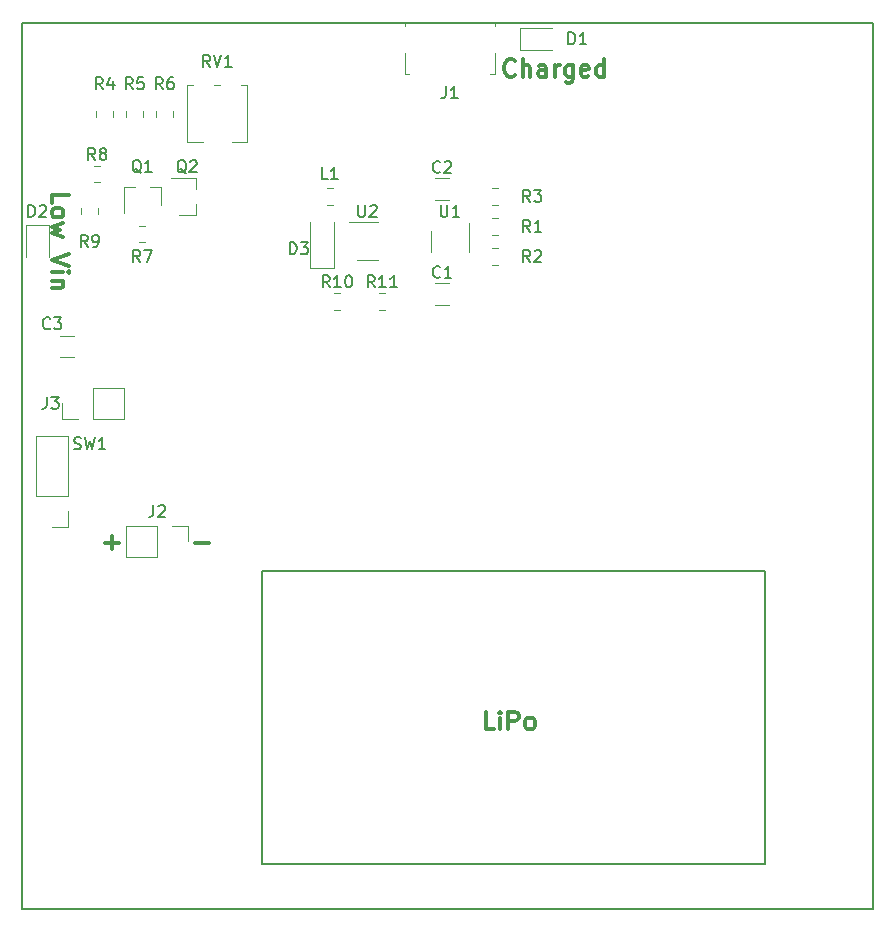
<source format=gbr>
%TF.GenerationSoftware,KiCad,Pcbnew,5.0.2-bee76a0~70~ubuntu18.04.1*%
%TF.CreationDate,2019-02-03T14:37:59+02:00*%
%TF.ProjectId,component_tester_adapter,636f6d70-6f6e-4656-9e74-5f7465737465,B*%
%TF.SameCoordinates,PX7e911f8PY6f6d640*%
%TF.FileFunction,Legend,Top*%
%TF.FilePolarity,Positive*%
%FSLAX46Y46*%
G04 Gerber Fmt 4.6, Leading zero omitted, Abs format (unit mm)*
G04 Created by KiCad (PCBNEW 5.0.2-bee76a0~70~ubuntu18.04.1) date 2019 m. vasario 03 d. 14:37:59*
%MOMM*%
%LPD*%
G01*
G04 APERTURE LIST*
%ADD10C,0.300000*%
%ADD11C,0.200000*%
%ADD12C,0.150000*%
%ADD13C,0.120000*%
G04 APERTURE END LIST*
D10*
X25852857Y50264286D02*
X25781428Y50192858D01*
X25567142Y50121429D01*
X25424285Y50121429D01*
X25210000Y50192858D01*
X25067142Y50335715D01*
X24995714Y50478572D01*
X24924285Y50764286D01*
X24924285Y50978572D01*
X24995714Y51264286D01*
X25067142Y51407143D01*
X25210000Y51550000D01*
X25424285Y51621429D01*
X25567142Y51621429D01*
X25781428Y51550000D01*
X25852857Y51478572D01*
X26495714Y50121429D02*
X26495714Y51621429D01*
X27138571Y50121429D02*
X27138571Y50907143D01*
X27067142Y51050000D01*
X26924285Y51121429D01*
X26710000Y51121429D01*
X26567142Y51050000D01*
X26495714Y50978572D01*
X28495714Y50121429D02*
X28495714Y50907143D01*
X28424285Y51050000D01*
X28281428Y51121429D01*
X27995714Y51121429D01*
X27852857Y51050000D01*
X28495714Y50192858D02*
X28352857Y50121429D01*
X27995714Y50121429D01*
X27852857Y50192858D01*
X27781428Y50335715D01*
X27781428Y50478572D01*
X27852857Y50621429D01*
X27995714Y50692858D01*
X28352857Y50692858D01*
X28495714Y50764286D01*
X29210000Y50121429D02*
X29210000Y51121429D01*
X29210000Y50835715D02*
X29281428Y50978572D01*
X29352857Y51050000D01*
X29495714Y51121429D01*
X29638571Y51121429D01*
X30781428Y51121429D02*
X30781428Y49907143D01*
X30710000Y49764286D01*
X30638571Y49692858D01*
X30495714Y49621429D01*
X30281428Y49621429D01*
X30138571Y49692858D01*
X30781428Y50192858D02*
X30638571Y50121429D01*
X30352857Y50121429D01*
X30210000Y50192858D01*
X30138571Y50264286D01*
X30067142Y50407143D01*
X30067142Y50835715D01*
X30138571Y50978572D01*
X30210000Y51050000D01*
X30352857Y51121429D01*
X30638571Y51121429D01*
X30781428Y51050000D01*
X32067142Y50192858D02*
X31924285Y50121429D01*
X31638571Y50121429D01*
X31495714Y50192858D01*
X31424285Y50335715D01*
X31424285Y50907143D01*
X31495714Y51050000D01*
X31638571Y51121429D01*
X31924285Y51121429D01*
X32067142Y51050000D01*
X32138571Y50907143D01*
X32138571Y50764286D01*
X31424285Y50621429D01*
X33424285Y50121429D02*
X33424285Y51621429D01*
X33424285Y50192858D02*
X33281428Y50121429D01*
X32995714Y50121429D01*
X32852857Y50192858D01*
X32781428Y50264286D01*
X32710000Y50407143D01*
X32710000Y50835715D01*
X32781428Y50978572D01*
X32852857Y51050000D01*
X32995714Y51121429D01*
X33281428Y51121429D01*
X33424285Y51050000D01*
X-13378572Y39445000D02*
X-13378572Y40159286D01*
X-11878572Y40159286D01*
X-13378572Y38730715D02*
X-13307143Y38873572D01*
X-13235715Y38945000D01*
X-13092858Y39016429D01*
X-12664286Y39016429D01*
X-12521429Y38945000D01*
X-12450000Y38873572D01*
X-12378572Y38730715D01*
X-12378572Y38516429D01*
X-12450000Y38373572D01*
X-12521429Y38302143D01*
X-12664286Y38230715D01*
X-13092858Y38230715D01*
X-13235715Y38302143D01*
X-13307143Y38373572D01*
X-13378572Y38516429D01*
X-13378572Y38730715D01*
X-12378572Y37730715D02*
X-13378572Y37445000D01*
X-12664286Y37159286D01*
X-13378572Y36873572D01*
X-12378572Y36587858D01*
X-11878572Y35087858D02*
X-13378572Y34587858D01*
X-11878572Y34087858D01*
X-13378572Y33587858D02*
X-12378572Y33587858D01*
X-11878572Y33587858D02*
X-11950000Y33659286D01*
X-12021429Y33587858D01*
X-11950000Y33516429D01*
X-11878572Y33587858D01*
X-12021429Y33587858D01*
X-12378572Y32873572D02*
X-13378572Y32873572D01*
X-12521429Y32873572D02*
X-12450000Y32802143D01*
X-12378572Y32659286D01*
X-12378572Y32445000D01*
X-12450000Y32302143D01*
X-12592858Y32230715D01*
X-13378572Y32230715D01*
X-1206429Y10687858D02*
X-63572Y10687858D01*
X-8826429Y10687858D02*
X-7683572Y10687858D01*
X-8255000Y10116429D02*
X-8255000Y11259286D01*
D11*
X46990000Y-16510000D02*
X4445000Y-16510000D01*
X46990000Y8255000D02*
X46990000Y-16510000D01*
X4445000Y8255000D02*
X46990000Y8255000D01*
X4445000Y-16510000D02*
X4445000Y8255000D01*
D10*
X24078571Y-5123571D02*
X23364285Y-5123571D01*
X23364285Y-3623571D01*
X24578571Y-5123571D02*
X24578571Y-4123571D01*
X24578571Y-3623571D02*
X24507142Y-3695000D01*
X24578571Y-3766428D01*
X24650000Y-3695000D01*
X24578571Y-3623571D01*
X24578571Y-3766428D01*
X25292857Y-5123571D02*
X25292857Y-3623571D01*
X25864285Y-3623571D01*
X26007142Y-3695000D01*
X26078571Y-3766428D01*
X26150000Y-3909285D01*
X26150000Y-4123571D01*
X26078571Y-4266428D01*
X26007142Y-4337857D01*
X25864285Y-4409285D01*
X25292857Y-4409285D01*
X27007142Y-5123571D02*
X26864285Y-5052142D01*
X26792857Y-4980714D01*
X26721428Y-4837857D01*
X26721428Y-4409285D01*
X26792857Y-4266428D01*
X26864285Y-4195000D01*
X27007142Y-4123571D01*
X27221428Y-4123571D01*
X27364285Y-4195000D01*
X27435714Y-4266428D01*
X27507142Y-4409285D01*
X27507142Y-4837857D01*
X27435714Y-4980714D01*
X27364285Y-5052142D01*
X27221428Y-5123571D01*
X27007142Y-5123571D01*
D12*
X7620000Y54680000D02*
X56125000Y54680000D01*
X-15875000Y54680000D02*
X7620000Y54680000D01*
X56125000Y-20320000D02*
X56125000Y54680000D01*
X56125000Y-20320000D02*
X-15875000Y-20320000D01*
X-15875000Y-20320000D02*
X-15875000Y54680000D01*
D13*
X-1885000Y44570000D02*
X-1885000Y49410000D01*
X3155000Y44570000D02*
X3155000Y49410000D01*
X-1885000Y44570000D02*
X-605000Y44570000D01*
X1875000Y44570000D02*
X3155000Y44570000D01*
X-1885000Y49410000D02*
X-1405000Y49410000D01*
X375000Y49410000D02*
X895000Y49410000D01*
X2675000Y49410000D02*
X3155000Y49410000D01*
X-1505000Y44570000D02*
X-1505000Y44570000D01*
X-1505000Y44570000D02*
X-605000Y44570000D01*
X-1505000Y44570000D02*
X-605000Y44570000D01*
X-7265000Y21150000D02*
X-7265000Y23810000D01*
X-9865000Y21150000D02*
X-7265000Y21150000D01*
X-9865000Y23810000D02*
X-7265000Y23810000D01*
X-9865000Y21150000D02*
X-9865000Y23810000D01*
X-11135000Y21150000D02*
X-12465000Y21150000D01*
X-12465000Y21150000D02*
X-12465000Y22480000D01*
X-7045000Y12125000D02*
X-7045000Y9465000D01*
X-4445000Y12125000D02*
X-7045000Y12125000D01*
X-4445000Y9465000D02*
X-7045000Y9465000D01*
X-4445000Y12125000D02*
X-4445000Y9465000D01*
X-3175000Y12125000D02*
X-1845000Y12125000D01*
X-1845000Y12125000D02*
X-1845000Y10795000D01*
X14346422Y30405000D02*
X14863578Y30405000D01*
X14346422Y31825000D02*
X14863578Y31825000D01*
X-9600000Y46731422D02*
X-9600000Y47248578D01*
X-8180000Y46731422D02*
X-8180000Y47248578D01*
X-7060000Y47248578D02*
X-7060000Y46731422D01*
X-5640000Y47248578D02*
X-5640000Y46731422D01*
X-4520000Y46731422D02*
X-4520000Y47248578D01*
X-3100000Y46731422D02*
X-3100000Y47248578D01*
X-5973578Y36120000D02*
X-5456422Y36120000D01*
X-5973578Y37540000D02*
X-5456422Y37540000D01*
X-9783578Y42620000D02*
X-9266422Y42620000D01*
X-9783578Y41200000D02*
X-9266422Y41200000D01*
X-10870000Y38993578D02*
X-10870000Y38476422D01*
X-9450000Y38993578D02*
X-9450000Y38476422D01*
X10536422Y31825000D02*
X11053578Y31825000D01*
X10536422Y30405000D02*
X11053578Y30405000D01*
X19082936Y32660000D02*
X20287064Y32660000D01*
X19082936Y30840000D02*
X20287064Y30840000D01*
X19082936Y39730000D02*
X20287064Y39730000D01*
X19082936Y41550000D02*
X20287064Y41550000D01*
X-11462936Y26395000D02*
X-12667064Y26395000D01*
X-11462936Y28215000D02*
X-12667064Y28215000D01*
X-12005000Y19745000D02*
X-14665000Y19745000D01*
X-12005000Y14605000D02*
X-12005000Y19745000D01*
X-14665000Y14605000D02*
X-14665000Y19745000D01*
X-12005000Y14605000D02*
X-14665000Y14605000D01*
X-12005000Y13335000D02*
X-12005000Y12005000D01*
X-12005000Y12005000D02*
X-13335000Y12005000D01*
X16510000Y50360000D02*
X16890000Y50360000D01*
X16510000Y54410000D02*
X16510000Y54670000D01*
X16510000Y50360000D02*
X16510000Y52130000D01*
X24130000Y50360000D02*
X23750000Y50360000D01*
X24130000Y52130000D02*
X24130000Y50360000D01*
X24130000Y54670000D02*
X24130000Y54410000D01*
X8525000Y33945000D02*
X10525000Y33945000D01*
X10525000Y33945000D02*
X10525000Y37845000D01*
X8525000Y33945000D02*
X8525000Y37845000D01*
X10418578Y39295000D02*
X9901422Y39295000D01*
X10418578Y40715000D02*
X9901422Y40715000D01*
X26255000Y52380000D02*
X28940000Y52380000D01*
X26255000Y54300000D02*
X26255000Y52380000D01*
X28940000Y54300000D02*
X26255000Y54300000D01*
X-13645000Y34892500D02*
X-13645000Y37577500D01*
X-13645000Y37577500D02*
X-15565000Y37577500D01*
X-15565000Y37577500D02*
X-15565000Y34892500D01*
X-4135000Y40765000D02*
X-4135000Y39305000D01*
X-7295000Y40765000D02*
X-7295000Y38605000D01*
X-7295000Y40765000D02*
X-6365000Y40765000D01*
X-4135000Y40765000D02*
X-5065000Y40765000D01*
X-1145000Y38425000D02*
X-1145000Y39355000D01*
X-1145000Y41585000D02*
X-1145000Y40655000D01*
X-1145000Y41585000D02*
X-3305000Y41585000D01*
X-1145000Y38425000D02*
X-2605000Y38425000D01*
X14235000Y37805000D02*
X11785000Y37805000D01*
X12435000Y34585000D02*
X14235000Y34585000D01*
X18710000Y37095000D02*
X18710000Y35295000D01*
X21930000Y35295000D02*
X21930000Y37745000D01*
X24388578Y34215000D02*
X23871422Y34215000D01*
X24388578Y35635000D02*
X23871422Y35635000D01*
X23871422Y36755000D02*
X24388578Y36755000D01*
X23871422Y38175000D02*
X24388578Y38175000D01*
X23871422Y40715000D02*
X24388578Y40715000D01*
X23871422Y39295000D02*
X24388578Y39295000D01*
D12*
X39761Y50982620D02*
X-293572Y51458810D01*
X-531667Y50982620D02*
X-531667Y51982620D01*
X-150715Y51982620D01*
X-55477Y51935000D01*
X-7858Y51887381D01*
X39761Y51792143D01*
X39761Y51649286D01*
X-7858Y51554048D01*
X-55477Y51506429D01*
X-150715Y51458810D01*
X-531667Y51458810D01*
X325476Y51982620D02*
X658809Y50982620D01*
X992142Y51982620D01*
X1849285Y50982620D02*
X1277857Y50982620D01*
X1563571Y50982620D02*
X1563571Y51982620D01*
X1468333Y51839762D01*
X1373095Y51744524D01*
X1277857Y51696905D01*
X-13798334Y23027620D02*
X-13798334Y22313334D01*
X-13845953Y22170477D01*
X-13941191Y22075239D01*
X-14084048Y22027620D01*
X-14179286Y22027620D01*
X-13417381Y23027620D02*
X-12798334Y23027620D01*
X-13131667Y22646667D01*
X-12988810Y22646667D01*
X-12893572Y22599048D01*
X-12845953Y22551429D01*
X-12798334Y22456191D01*
X-12798334Y22218096D01*
X-12845953Y22122858D01*
X-12893572Y22075239D01*
X-12988810Y22027620D01*
X-13274524Y22027620D01*
X-13369762Y22075239D01*
X-13417381Y22122858D01*
X-4778334Y13882620D02*
X-4778334Y13168334D01*
X-4825953Y13025477D01*
X-4921191Y12930239D01*
X-5064048Y12882620D01*
X-5159286Y12882620D01*
X-4349762Y13787381D02*
X-4302143Y13835000D01*
X-4206905Y13882620D01*
X-3968810Y13882620D01*
X-3873572Y13835000D01*
X-3825953Y13787381D01*
X-3778334Y13692143D01*
X-3778334Y13596905D01*
X-3825953Y13454048D01*
X-4397381Y12882620D01*
X-3778334Y12882620D01*
X13962142Y32312620D02*
X13628809Y32788810D01*
X13390714Y32312620D02*
X13390714Y33312620D01*
X13771666Y33312620D01*
X13866904Y33265000D01*
X13914523Y33217381D01*
X13962142Y33122143D01*
X13962142Y32979286D01*
X13914523Y32884048D01*
X13866904Y32836429D01*
X13771666Y32788810D01*
X13390714Y32788810D01*
X14914523Y32312620D02*
X14343095Y32312620D01*
X14628809Y32312620D02*
X14628809Y33312620D01*
X14533571Y33169762D01*
X14438333Y33074524D01*
X14343095Y33026905D01*
X15866904Y32312620D02*
X15295476Y32312620D01*
X15581190Y32312620D02*
X15581190Y33312620D01*
X15485952Y33169762D01*
X15390714Y33074524D01*
X15295476Y33026905D01*
X-9056667Y49077620D02*
X-9390000Y49553810D01*
X-9628096Y49077620D02*
X-9628096Y50077620D01*
X-9247143Y50077620D01*
X-9151905Y50030000D01*
X-9104286Y49982381D01*
X-9056667Y49887143D01*
X-9056667Y49744286D01*
X-9104286Y49649048D01*
X-9151905Y49601429D01*
X-9247143Y49553810D01*
X-9628096Y49553810D01*
X-8199524Y49744286D02*
X-8199524Y49077620D01*
X-8437620Y50125239D02*
X-8675715Y49410953D01*
X-8056667Y49410953D01*
X-6516667Y49077620D02*
X-6850000Y49553810D01*
X-7088096Y49077620D02*
X-7088096Y50077620D01*
X-6707143Y50077620D01*
X-6611905Y50030000D01*
X-6564286Y49982381D01*
X-6516667Y49887143D01*
X-6516667Y49744286D01*
X-6564286Y49649048D01*
X-6611905Y49601429D01*
X-6707143Y49553810D01*
X-7088096Y49553810D01*
X-5611905Y50077620D02*
X-6088096Y50077620D01*
X-6135715Y49601429D01*
X-6088096Y49649048D01*
X-5992858Y49696667D01*
X-5754762Y49696667D01*
X-5659524Y49649048D01*
X-5611905Y49601429D01*
X-5564286Y49506191D01*
X-5564286Y49268096D01*
X-5611905Y49172858D01*
X-5659524Y49125239D01*
X-5754762Y49077620D01*
X-5992858Y49077620D01*
X-6088096Y49125239D01*
X-6135715Y49172858D01*
X-3976667Y49077620D02*
X-4310000Y49553810D01*
X-4548096Y49077620D02*
X-4548096Y50077620D01*
X-4167143Y50077620D01*
X-4071905Y50030000D01*
X-4024286Y49982381D01*
X-3976667Y49887143D01*
X-3976667Y49744286D01*
X-4024286Y49649048D01*
X-4071905Y49601429D01*
X-4167143Y49553810D01*
X-4548096Y49553810D01*
X-3119524Y50077620D02*
X-3310000Y50077620D01*
X-3405239Y50030000D01*
X-3452858Y49982381D01*
X-3548096Y49839524D01*
X-3595715Y49649048D01*
X-3595715Y49268096D01*
X-3548096Y49172858D01*
X-3500477Y49125239D01*
X-3405239Y49077620D01*
X-3214762Y49077620D01*
X-3119524Y49125239D01*
X-3071905Y49172858D01*
X-3024286Y49268096D01*
X-3024286Y49506191D01*
X-3071905Y49601429D01*
X-3119524Y49649048D01*
X-3214762Y49696667D01*
X-3405239Y49696667D01*
X-3500477Y49649048D01*
X-3548096Y49601429D01*
X-3595715Y49506191D01*
X-5881667Y34472620D02*
X-6215000Y34948810D01*
X-6453096Y34472620D02*
X-6453096Y35472620D01*
X-6072143Y35472620D01*
X-5976905Y35425000D01*
X-5929286Y35377381D01*
X-5881667Y35282143D01*
X-5881667Y35139286D01*
X-5929286Y35044048D01*
X-5976905Y34996429D01*
X-6072143Y34948810D01*
X-6453096Y34948810D01*
X-5548334Y35472620D02*
X-4881667Y35472620D01*
X-5310239Y34472620D01*
X-9691667Y43107620D02*
X-10025000Y43583810D01*
X-10263096Y43107620D02*
X-10263096Y44107620D01*
X-9882143Y44107620D01*
X-9786905Y44060000D01*
X-9739286Y44012381D01*
X-9691667Y43917143D01*
X-9691667Y43774286D01*
X-9739286Y43679048D01*
X-9786905Y43631429D01*
X-9882143Y43583810D01*
X-10263096Y43583810D01*
X-9120239Y43679048D02*
X-9215477Y43726667D01*
X-9263096Y43774286D01*
X-9310715Y43869524D01*
X-9310715Y43917143D01*
X-9263096Y44012381D01*
X-9215477Y44060000D01*
X-9120239Y44107620D01*
X-8929762Y44107620D01*
X-8834524Y44060000D01*
X-8786905Y44012381D01*
X-8739286Y43917143D01*
X-8739286Y43869524D01*
X-8786905Y43774286D01*
X-8834524Y43726667D01*
X-8929762Y43679048D01*
X-9120239Y43679048D01*
X-9215477Y43631429D01*
X-9263096Y43583810D01*
X-9310715Y43488572D01*
X-9310715Y43298096D01*
X-9263096Y43202858D01*
X-9215477Y43155239D01*
X-9120239Y43107620D01*
X-8929762Y43107620D01*
X-8834524Y43155239D01*
X-8786905Y43202858D01*
X-8739286Y43298096D01*
X-8739286Y43488572D01*
X-8786905Y43583810D01*
X-8834524Y43631429D01*
X-8929762Y43679048D01*
X-10326667Y35742620D02*
X-10660000Y36218810D01*
X-10898096Y35742620D02*
X-10898096Y36742620D01*
X-10517143Y36742620D01*
X-10421905Y36695000D01*
X-10374286Y36647381D01*
X-10326667Y36552143D01*
X-10326667Y36409286D01*
X-10374286Y36314048D01*
X-10421905Y36266429D01*
X-10517143Y36218810D01*
X-10898096Y36218810D01*
X-9850477Y35742620D02*
X-9660000Y35742620D01*
X-9564762Y35790239D01*
X-9517143Y35837858D01*
X-9421905Y35980715D01*
X-9374286Y36171191D01*
X-9374286Y36552143D01*
X-9421905Y36647381D01*
X-9469524Y36695000D01*
X-9564762Y36742620D01*
X-9755239Y36742620D01*
X-9850477Y36695000D01*
X-9898096Y36647381D01*
X-9945715Y36552143D01*
X-9945715Y36314048D01*
X-9898096Y36218810D01*
X-9850477Y36171191D01*
X-9755239Y36123572D01*
X-9564762Y36123572D01*
X-9469524Y36171191D01*
X-9421905Y36218810D01*
X-9374286Y36314048D01*
X10152142Y32312620D02*
X9818809Y32788810D01*
X9580714Y32312620D02*
X9580714Y33312620D01*
X9961666Y33312620D01*
X10056904Y33265000D01*
X10104523Y33217381D01*
X10152142Y33122143D01*
X10152142Y32979286D01*
X10104523Y32884048D01*
X10056904Y32836429D01*
X9961666Y32788810D01*
X9580714Y32788810D01*
X11104523Y32312620D02*
X10533095Y32312620D01*
X10818809Y32312620D02*
X10818809Y33312620D01*
X10723571Y33169762D01*
X10628333Y33074524D01*
X10533095Y33026905D01*
X11723571Y33312620D02*
X11818809Y33312620D01*
X11914047Y33265000D01*
X11961666Y33217381D01*
X12009285Y33122143D01*
X12056904Y32931667D01*
X12056904Y32693572D01*
X12009285Y32503096D01*
X11961666Y32407858D01*
X11914047Y32360239D01*
X11818809Y32312620D01*
X11723571Y32312620D01*
X11628333Y32360239D01*
X11580714Y32407858D01*
X11533095Y32503096D01*
X11485476Y32693572D01*
X11485476Y32931667D01*
X11533095Y33122143D01*
X11580714Y33217381D01*
X11628333Y33265000D01*
X11723571Y33312620D01*
X19518333Y33212858D02*
X19470714Y33165239D01*
X19327857Y33117620D01*
X19232619Y33117620D01*
X19089761Y33165239D01*
X18994523Y33260477D01*
X18946904Y33355715D01*
X18899285Y33546191D01*
X18899285Y33689048D01*
X18946904Y33879524D01*
X18994523Y33974762D01*
X19089761Y34070000D01*
X19232619Y34117620D01*
X19327857Y34117620D01*
X19470714Y34070000D01*
X19518333Y34022381D01*
X20470714Y33117620D02*
X19899285Y33117620D01*
X20185000Y33117620D02*
X20185000Y34117620D01*
X20089761Y33974762D01*
X19994523Y33879524D01*
X19899285Y33831905D01*
X19518333Y42102858D02*
X19470714Y42055239D01*
X19327857Y42007620D01*
X19232619Y42007620D01*
X19089761Y42055239D01*
X18994523Y42150477D01*
X18946904Y42245715D01*
X18899285Y42436191D01*
X18899285Y42579048D01*
X18946904Y42769524D01*
X18994523Y42864762D01*
X19089761Y42960000D01*
X19232619Y43007620D01*
X19327857Y43007620D01*
X19470714Y42960000D01*
X19518333Y42912381D01*
X19899285Y42912381D02*
X19946904Y42960000D01*
X20042142Y43007620D01*
X20280238Y43007620D01*
X20375476Y42960000D01*
X20423095Y42912381D01*
X20470714Y42817143D01*
X20470714Y42721905D01*
X20423095Y42579048D01*
X19851666Y42007620D01*
X20470714Y42007620D01*
X-13501667Y28852858D02*
X-13549286Y28805239D01*
X-13692143Y28757620D01*
X-13787381Y28757620D01*
X-13930239Y28805239D01*
X-14025477Y28900477D01*
X-14073096Y28995715D01*
X-14120715Y29186191D01*
X-14120715Y29329048D01*
X-14073096Y29519524D01*
X-14025477Y29614762D01*
X-13930239Y29710000D01*
X-13787381Y29757620D01*
X-13692143Y29757620D01*
X-13549286Y29710000D01*
X-13501667Y29662381D01*
X-13168334Y29757620D02*
X-12549286Y29757620D01*
X-12882620Y29376667D01*
X-12739762Y29376667D01*
X-12644524Y29329048D01*
X-12596905Y29281429D01*
X-12549286Y29186191D01*
X-12549286Y28948096D01*
X-12596905Y28852858D01*
X-12644524Y28805239D01*
X-12739762Y28757620D01*
X-13025477Y28757620D01*
X-13120715Y28805239D01*
X-13168334Y28852858D01*
X-11493334Y18645239D02*
X-11350477Y18597620D01*
X-11112381Y18597620D01*
X-11017143Y18645239D01*
X-10969524Y18692858D01*
X-10921905Y18788096D01*
X-10921905Y18883334D01*
X-10969524Y18978572D01*
X-11017143Y19026191D01*
X-11112381Y19073810D01*
X-11302858Y19121429D01*
X-11398096Y19169048D01*
X-11445715Y19216667D01*
X-11493334Y19311905D01*
X-11493334Y19407143D01*
X-11445715Y19502381D01*
X-11398096Y19550000D01*
X-11302858Y19597620D01*
X-11064762Y19597620D01*
X-10921905Y19550000D01*
X-10588572Y19597620D02*
X-10350477Y18597620D01*
X-10160000Y19311905D01*
X-9969524Y18597620D01*
X-9731429Y19597620D01*
X-8826667Y18597620D02*
X-9398096Y18597620D01*
X-9112381Y18597620D02*
X-9112381Y19597620D01*
X-9207620Y19454762D01*
X-9302858Y19359524D01*
X-9398096Y19311905D01*
X19986666Y49317620D02*
X19986666Y48603334D01*
X19939047Y48460477D01*
X19843809Y48365239D01*
X19700952Y48317620D01*
X19605714Y48317620D01*
X20986666Y48317620D02*
X20415238Y48317620D01*
X20700952Y48317620D02*
X20700952Y49317620D01*
X20605714Y49174762D01*
X20510476Y49079524D01*
X20415238Y49031905D01*
X6786904Y35107620D02*
X6786904Y36107620D01*
X7025000Y36107620D01*
X7167857Y36060000D01*
X7263095Y35964762D01*
X7310714Y35869524D01*
X7358333Y35679048D01*
X7358333Y35536191D01*
X7310714Y35345715D01*
X7263095Y35250477D01*
X7167857Y35155239D01*
X7025000Y35107620D01*
X6786904Y35107620D01*
X7691666Y36107620D02*
X8310714Y36107620D01*
X7977380Y35726667D01*
X8120238Y35726667D01*
X8215476Y35679048D01*
X8263095Y35631429D01*
X8310714Y35536191D01*
X8310714Y35298096D01*
X8263095Y35202858D01*
X8215476Y35155239D01*
X8120238Y35107620D01*
X7834523Y35107620D01*
X7739285Y35155239D01*
X7691666Y35202858D01*
X9993333Y41457620D02*
X9517142Y41457620D01*
X9517142Y42457620D01*
X10850476Y41457620D02*
X10279047Y41457620D01*
X10564761Y41457620D02*
X10564761Y42457620D01*
X10469523Y42314762D01*
X10374285Y42219524D01*
X10279047Y42171905D01*
X30376904Y52887620D02*
X30376904Y53887620D01*
X30615000Y53887620D01*
X30757857Y53840000D01*
X30853095Y53744762D01*
X30900714Y53649524D01*
X30948333Y53459048D01*
X30948333Y53316191D01*
X30900714Y53125715D01*
X30853095Y53030477D01*
X30757857Y52935239D01*
X30615000Y52887620D01*
X30376904Y52887620D01*
X31900714Y52887620D02*
X31329285Y52887620D01*
X31615000Y52887620D02*
X31615000Y53887620D01*
X31519761Y53744762D01*
X31424523Y53649524D01*
X31329285Y53601905D01*
X-15343096Y38282620D02*
X-15343096Y39282620D01*
X-15105000Y39282620D01*
X-14962143Y39235000D01*
X-14866905Y39139762D01*
X-14819286Y39044524D01*
X-14771667Y38854048D01*
X-14771667Y38711191D01*
X-14819286Y38520715D01*
X-14866905Y38425477D01*
X-14962143Y38330239D01*
X-15105000Y38282620D01*
X-15343096Y38282620D01*
X-14390715Y39187381D02*
X-14343096Y39235000D01*
X-14247858Y39282620D01*
X-14009762Y39282620D01*
X-13914524Y39235000D01*
X-13866905Y39187381D01*
X-13819286Y39092143D01*
X-13819286Y38996905D01*
X-13866905Y38854048D01*
X-14438334Y38282620D01*
X-13819286Y38282620D01*
X-5810239Y41997381D02*
X-5905477Y42045000D01*
X-6000715Y42140239D01*
X-6143572Y42283096D01*
X-6238810Y42330715D01*
X-6334048Y42330715D01*
X-6286429Y42092620D02*
X-6381667Y42140239D01*
X-6476905Y42235477D01*
X-6524524Y42425953D01*
X-6524524Y42759286D01*
X-6476905Y42949762D01*
X-6381667Y43045000D01*
X-6286429Y43092620D01*
X-6095953Y43092620D01*
X-6000715Y43045000D01*
X-5905477Y42949762D01*
X-5857858Y42759286D01*
X-5857858Y42425953D01*
X-5905477Y42235477D01*
X-6000715Y42140239D01*
X-6095953Y42092620D01*
X-6286429Y42092620D01*
X-4905477Y42092620D02*
X-5476905Y42092620D01*
X-5191191Y42092620D02*
X-5191191Y43092620D01*
X-5286429Y42949762D01*
X-5381667Y42854524D01*
X-5476905Y42806905D01*
X-2000239Y41957381D02*
X-2095477Y42005000D01*
X-2190715Y42100239D01*
X-2333572Y42243096D01*
X-2428810Y42290715D01*
X-2524048Y42290715D01*
X-2476429Y42052620D02*
X-2571667Y42100239D01*
X-2666905Y42195477D01*
X-2714524Y42385953D01*
X-2714524Y42719286D01*
X-2666905Y42909762D01*
X-2571667Y43005000D01*
X-2476429Y43052620D01*
X-2285953Y43052620D01*
X-2190715Y43005000D01*
X-2095477Y42909762D01*
X-2047858Y42719286D01*
X-2047858Y42385953D01*
X-2095477Y42195477D01*
X-2190715Y42100239D01*
X-2285953Y42052620D01*
X-2476429Y42052620D01*
X-1666905Y42957381D02*
X-1619286Y43005000D01*
X-1524048Y43052620D01*
X-1285953Y43052620D01*
X-1190715Y43005000D01*
X-1143096Y42957381D01*
X-1095477Y42862143D01*
X-1095477Y42766905D01*
X-1143096Y42624048D01*
X-1714524Y42052620D01*
X-1095477Y42052620D01*
X12573095Y39282620D02*
X12573095Y38473096D01*
X12620714Y38377858D01*
X12668333Y38330239D01*
X12763571Y38282620D01*
X12954047Y38282620D01*
X13049285Y38330239D01*
X13096904Y38377858D01*
X13144523Y38473096D01*
X13144523Y39282620D01*
X13573095Y39187381D02*
X13620714Y39235000D01*
X13715952Y39282620D01*
X13954047Y39282620D01*
X14049285Y39235000D01*
X14096904Y39187381D01*
X14144523Y39092143D01*
X14144523Y38996905D01*
X14096904Y38854048D01*
X13525476Y38282620D01*
X14144523Y38282620D01*
X19558095Y39282620D02*
X19558095Y38473096D01*
X19605714Y38377858D01*
X19653333Y38330239D01*
X19748571Y38282620D01*
X19939047Y38282620D01*
X20034285Y38330239D01*
X20081904Y38377858D01*
X20129523Y38473096D01*
X20129523Y39282620D01*
X21129523Y38282620D02*
X20558095Y38282620D01*
X20843809Y38282620D02*
X20843809Y39282620D01*
X20748571Y39139762D01*
X20653333Y39044524D01*
X20558095Y38996905D01*
X27138333Y34472620D02*
X26805000Y34948810D01*
X26566904Y34472620D02*
X26566904Y35472620D01*
X26947857Y35472620D01*
X27043095Y35425000D01*
X27090714Y35377381D01*
X27138333Y35282143D01*
X27138333Y35139286D01*
X27090714Y35044048D01*
X27043095Y34996429D01*
X26947857Y34948810D01*
X26566904Y34948810D01*
X27519285Y35377381D02*
X27566904Y35425000D01*
X27662142Y35472620D01*
X27900238Y35472620D01*
X27995476Y35425000D01*
X28043095Y35377381D01*
X28090714Y35282143D01*
X28090714Y35186905D01*
X28043095Y35044048D01*
X27471666Y34472620D01*
X28090714Y34472620D01*
X27138333Y37012620D02*
X26805000Y37488810D01*
X26566904Y37012620D02*
X26566904Y38012620D01*
X26947857Y38012620D01*
X27043095Y37965000D01*
X27090714Y37917381D01*
X27138333Y37822143D01*
X27138333Y37679286D01*
X27090714Y37584048D01*
X27043095Y37536429D01*
X26947857Y37488810D01*
X26566904Y37488810D01*
X28090714Y37012620D02*
X27519285Y37012620D01*
X27805000Y37012620D02*
X27805000Y38012620D01*
X27709761Y37869762D01*
X27614523Y37774524D01*
X27519285Y37726905D01*
X27138333Y39552620D02*
X26805000Y40028810D01*
X26566904Y39552620D02*
X26566904Y40552620D01*
X26947857Y40552620D01*
X27043095Y40505000D01*
X27090714Y40457381D01*
X27138333Y40362143D01*
X27138333Y40219286D01*
X27090714Y40124048D01*
X27043095Y40076429D01*
X26947857Y40028810D01*
X26566904Y40028810D01*
X27471666Y40552620D02*
X28090714Y40552620D01*
X27757380Y40171667D01*
X27900238Y40171667D01*
X27995476Y40124048D01*
X28043095Y40076429D01*
X28090714Y39981191D01*
X28090714Y39743096D01*
X28043095Y39647858D01*
X27995476Y39600239D01*
X27900238Y39552620D01*
X27614523Y39552620D01*
X27519285Y39600239D01*
X27471666Y39647858D01*
M02*

</source>
